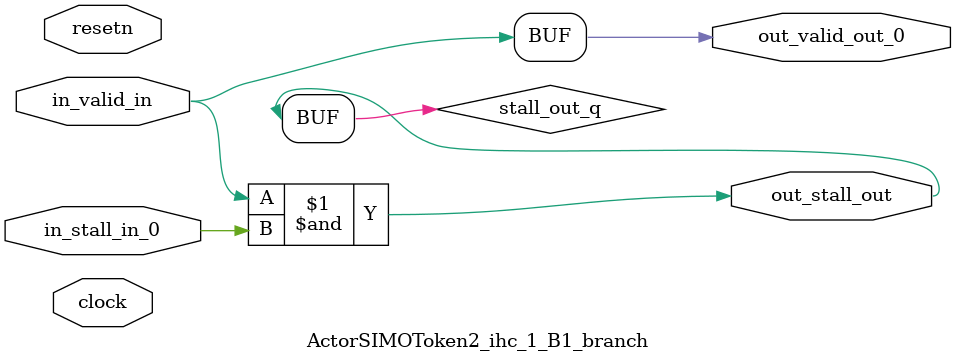
<source format=sv>



(* altera_attribute = "-name AUTO_SHIFT_REGISTER_RECOGNITION OFF; -name MESSAGE_DISABLE 10036; -name MESSAGE_DISABLE 10037; -name MESSAGE_DISABLE 14130; -name MESSAGE_DISABLE 14320; -name MESSAGE_DISABLE 15400; -name MESSAGE_DISABLE 14130; -name MESSAGE_DISABLE 10036; -name MESSAGE_DISABLE 12020; -name MESSAGE_DISABLE 12030; -name MESSAGE_DISABLE 12010; -name MESSAGE_DISABLE 12110; -name MESSAGE_DISABLE 14320; -name MESSAGE_DISABLE 13410; -name MESSAGE_DISABLE 113007; -name MESSAGE_DISABLE 10958" *)
module ActorSIMOToken2_ihc_1_B1_branch (
    input wire [0:0] in_stall_in_0,
    input wire [0:0] in_valid_in,
    output wire [0:0] out_stall_out,
    output wire [0:0] out_valid_out_0,
    input wire clock,
    input wire resetn
    );

    wire [0:0] stall_out_q;


    // stall_out(LOGICAL,6)
    assign stall_out_q = in_valid_in & in_stall_in_0;

    // out_stall_out(GPOUT,4)
    assign out_stall_out = stall_out_q;

    // out_valid_out_0(GPOUT,5)
    assign out_valid_out_0 = in_valid_in;

endmodule

</source>
